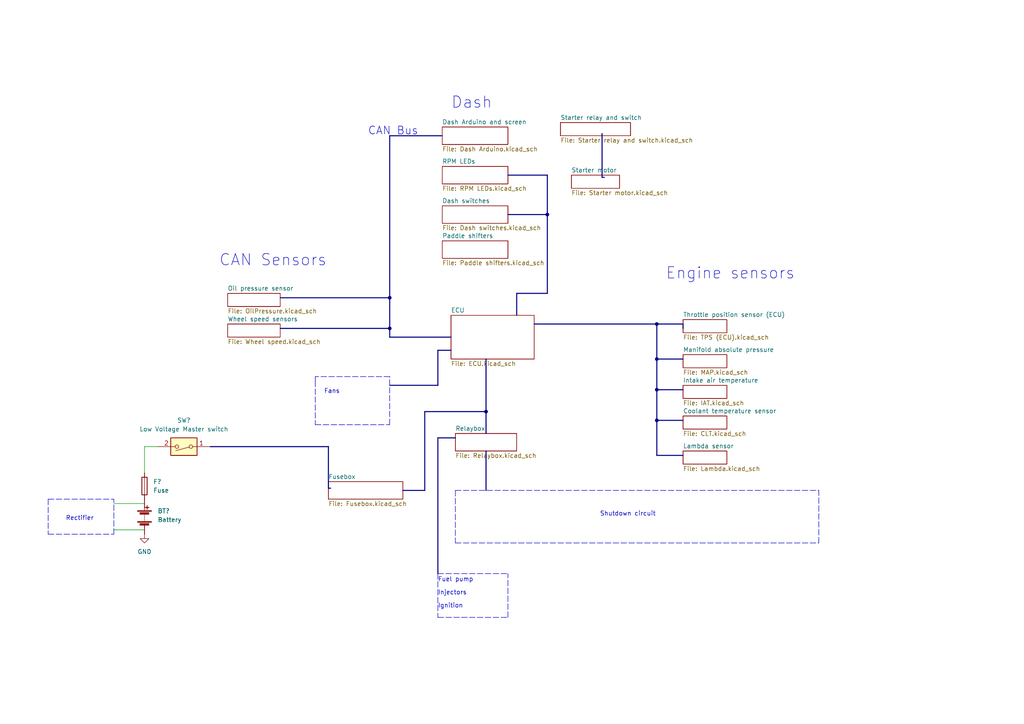
<source format=kicad_sch>
(kicad_sch (version 20211123) (generator eeschema)
  (paper "A4")
  (lib_symbols
    (symbol "Device:Battery" (pin_numbers hide) (pin_names (offset 0) hide)
      (property "Reference" "BT" (at 2.54 2.54 0))
      (property "Value" "Battery" (at 2.54 0 0))
      (symbol "Battery_0_1"
        (rectangle (start -2.032 -1.397) (end 2.032 -1.651) (fill (type outline)))
        (rectangle (start -2.032 1.778) (end 2.032 1.524) (fill (type outline)))
        (rectangle (start -1.3208 -1.9812) (end 1.27 -2.4892) (fill (type outline)))
        (rectangle (start -1.3208 1.1938) (end 1.27 0.6858) (fill (type outline)))
        (polyline (pts (xy 0 -1.524) (xy 0 -1.27)))
        (polyline (pts (xy 0 -1.016) (xy 0 -0.762)))
        (polyline (pts (xy 0 -0.508) (xy 0 -0.254)))
        (polyline (pts (xy 0 0) (xy 0 0.254)))
        (polyline (pts (xy 0 0.508) (xy 0 0.762)))
        (polyline (pts (xy 0 1.778) (xy 0 2.54)))
        (polyline (pts (xy 0.254 2.667) (xy 1.27 2.667)) (stroke (width 0.254)))
        (polyline (pts (xy 0.762 3.175) (xy 0.762 2.159)) (stroke (width 0.254)))
      )
      (symbol "Battery_1_1"
        (pin passive line (at 0 5.08 270) (length 2.54) (name "+") (number "1"))
        (pin passive line (at 0 -5.08 90) (length 2.54) (name "-") (number "2"))
      )
    )
    (symbol "Device:Fuse" (pin_numbers hide) (pin_names (offset 0))
      (property "Reference" "F" (at 2.032 0 90))
      (property "Value" "Fuse" (at -1.905 0 90))
      (symbol "Fuse_0_1"
        (rectangle (start -0.762 -2.54) (end 0.762 2.54) (stroke (width 0.254)))
        (polyline (pts (xy 0 2.54) (xy 0 -2.54)))
      )
      (symbol "Fuse_1_1"
        (pin passive line (at 0 3.81 270) (length 1.27) (name "~") (number "1"))
        (pin passive line (at 0 -3.81 90) (length 1.27) (name "~") (number "2"))
      )
    )
    (symbol "Switch:SW_DIP_x01" (pin_names (offset 0) hide)
      (property "Reference" "SW" (at 0 3.81 0))
      (property "Value" "SW_DIP_x01" (at 0 -3.81 0))
      (symbol "SW_DIP_x01_0_0"
        (circle (center -2.032 0) (radius 0.508))
        (polyline (pts (xy -1.524 0.127) (xy 2.3622 1.1684)))
        (circle (center 2.032 0) (radius 0.508))
      )
      (symbol "SW_DIP_x01_0_1"
        (rectangle (start -3.81 2.54) (end 3.81 -2.54) (stroke (width 0.254)) (fill (type background)))
      )
      (symbol "SW_DIP_x01_1_1"
        (pin passive line (at -7.62 0 0) (length 5.08) (name "~") (number "1"))
        (pin passive line (at 7.62 0 180) (length 5.08) (name "~") (number "2"))
      )
    )
    (symbol "power:GND" (power) (pin_names (offset 0))
      (property "Value" "GND" (at 0 -3.81 0))
      (symbol "GND_0_1"
        (polyline (pts (xy 0 0) (xy 0 -1.27) (xy 1.27 -1.27) (xy 0 -2.54) (xy -1.27 -1.27) (xy 0 -1.27)))
      )
      (symbol "GND_1_1"
        (pin power_in line (at 0 0 270) (length 0) hide (name "GND") (number "1"))
      )
    )
  )
  (junction (at 113.03 86.36))
  (junction (at 190.5 121.92))
  (junction (at 140.97 119.38))
  (junction (at 190.5 104.14))
  (junction (at 113.03 95.25))
  (junction (at 158.75 62.23))
  (junction (at 190.5 113.03))
  (junction (at 190.5 93.98))
  (polyline (pts (xy 127 179.07) (xy 147.32 179.07)))
  (bus (pts (xy 95.25 129.54) (xy 95.25 141.605)))
  (bus (pts (xy 158.75 85.09) (xy 149.86 85.09)))
  (wire (pts (xy 41.91 129.54) (xy 45.72 129.54)))
  (bus (pts (xy 190.5 121.92) (xy 190.5 132.08)))
  (bus (pts (xy 190.5 104.14) (xy 190.5 113.03)))
  (bus (pts (xy 190.5 93.98) (xy 198.12 93.98)))
  (bus (pts (xy 140.97 119.38) (xy 123.19 119.38)))
  (bus (pts (xy 127 101.6) (xy 130.81 101.6)))
  (bus (pts (xy 60.96 129.54) (xy 95.25 129.54)))
  (bus (pts (xy 113.03 111.76) (xy 127 111.76)))
  (bus (pts (xy 174.625 51.435) (xy 175.26 51.435)))
  (bus (pts (xy 81.28 86.36) (xy 113.03 86.36)))
  (bus (pts (xy 147.32 50.8) (xy 158.75 50.8)))
  (bus (pts (xy 116.84 142.24) (xy 123.19 142.24)))
  (polyline (pts (xy 132.08 157.48) (xy 237.49 157.48)))
  (polyline (pts (xy 13.97 154.94) (xy 33.02 154.94)))
  (polyline (pts (xy 13.97 144.78) (xy 33.02 144.78)))
  (bus (pts (xy 190.5 132.08) (xy 198.12 132.08)))
  (polyline (pts (xy 127 166.37) (xy 127 179.07)))
  (wire (pts (xy 33.02 153.67) (xy 41.91 153.67)))
  (bus (pts (xy 127 111.76) (xy 127 101.6)))
  (bus (pts (xy 190.5 113.03) (xy 198.12 113.03)))
  (polyline (pts (xy 33.02 154.94) (xy 33.02 144.78)))
  (bus (pts (xy 147.32 62.23) (xy 158.75 62.23)))
  (bus (pts (xy 113.03 95.25) (xy 113.03 97.79)))
  (bus (pts (xy 154.94 93.98) (xy 190.5 93.98)))
  (bus (pts (xy 113.03 86.36) (xy 113.03 95.25)))
  (bus (pts (xy 190.5 113.03) (xy 190.5 121.92)))
  (bus (pts (xy 190.5 104.14) (xy 198.12 104.14)))
  (bus (pts (xy 113.03 39.37) (xy 113.03 86.36)))
  (bus (pts (xy 190.5 93.98) (xy 190.5 104.14)))
  (bus (pts (xy 190.5 121.92) (xy 198.12 121.92)))
  (bus (pts (xy 113.03 97.79) (xy 130.81 97.79)))
  (bus (pts (xy 140.97 130.81) (xy 140.97 142.24)))
  (polyline (pts (xy 132.08 142.24) (xy 237.49 142.24)))
  (bus (pts (xy 123.19 119.38) (xy 123.19 142.24)))
  (bus (pts (xy 95.25 141.605) (xy 95.885 141.605)))
  (bus (pts (xy 140.97 119.38) (xy 140.97 125.73)))
  (polyline (pts (xy 113.03 123.19) (xy 113.03 109.22)))
  (bus (pts (xy 132.08 127) (xy 127 127)))
  (bus (pts (xy 81.28 95.25) (xy 113.03 95.25)))
  (bus (pts (xy 127 127) (xy 127 166.37)))
  (polyline (pts (xy 132.08 142.24) (xy 132.08 157.48)))
  (polyline (pts (xy 13.97 144.78) (xy 13.97 154.94)))
  (polyline (pts (xy 91.44 123.19) (xy 113.03 123.19)))
  (bus (pts (xy 140.97 104.14) (xy 140.97 119.38)))
  (wire (pts (xy 41.91 137.16) (xy 41.91 129.54)))
  (bus (pts (xy 128.27 39.37) (xy 113.03 39.37)))
  (bus (pts (xy 174.625 38.735) (xy 174.625 51.435)))
  (bus (pts (xy 158.75 50.8) (xy 158.75 62.23)))
  (wire (pts (xy 33.02 146.05) (xy 41.91 146.05)))
  (polyline (pts (xy 127 166.37) (xy 147.32 166.37)))
  (polyline (pts (xy 237.49 157.48) (xy 237.49 142.24)))
  (bus (pts (xy 149.86 85.09) (xy 149.86 91.44)))
  (polyline (pts (xy 91.44 109.22) (xy 91.44 110.49)))
  (bus (pts (xy 158.75 62.23) (xy 158.75 85.09)))
  (polyline (pts (xy 147.32 179.07) (xy 147.32 166.37)))
  (polyline (pts (xy 91.44 110.49) (xy 91.44 123.19)))
  (bus (pts (xy 198.12 93.98) (xy 198.12 95.25)))
  (polyline (pts (xy 113.03 109.22) (xy 91.44 109.22)))
  (text "Shutdown circuit\n" (at 173.99 149.86 0) (effects (font (size 1.27 1.27)) (justify left bottom)))
  (text "Fuel pump" (at 127 168.91 0) (effects (font (size 1.27 1.27)) (justify left bottom)))
  (text "Injectors" (at 127 172.72 0) (effects (font (size 1.27 1.27)) (justify left bottom)))
  (text "CAN Sensors" (at 63.5 77.47 0) (effects (font (size 3.27 3.27)) (justify left bottom)))
  (text "Ignition" (at 127 176.53 0) (effects (font (size 1.27 1.27)) (justify left bottom)))
  (text "Engine sensors" (at 193.04 81.28 0) (effects (font (size 3.27 3.27)) (justify left bottom)))
  (text "Dash" (at 130.81 31.75 0) (effects (font (size 3.27 3.27)) (justify left bottom)))
  (text "Rectifier" (at 19.05 151.13 0) (effects (font (size 1.27 1.27)) (justify left bottom)))
  (text "Fans" (at 93.98 114.3 0) (effects (font (size 1.27 1.27)) (justify left bottom)))
  (text "CAN Bus" (at 106.68 39.37 0) (effects (font (size 2.27 2.27)) (justify left bottom)))
  (symbol (lib_id "power:GND") (at 41.91 154.94 0) (unit 1)
    (property "Reference" "#PWR?" (effects hide))
    (property "Value" "GND" (at 41.91 160.02 0))
  )
  (symbol (lib_id "Device:Battery") (at 41.91 149.86 0) (unit 1)
    (property "Reference" "BT?" (at 45.72 148.2089 0) (effects (justify left)))
    (property "Value" "Battery" (at 45.72 150.7489 0) (effects (justify left)))
  )
  (symbol (lib_id "Device:Fuse") (at 41.91 140.97 0) (unit 1)
    (property "Reference" "F?" (at 44.45 139.6999 0) (effects (justify left)))
    (property "Value" "Fuse" (at 44.45 142.2399 0) (effects (justify left)))
  )
  (symbol (lib_id "Switch:SW_DIP_x01") (at 53.34 129.54 180) (unit 1)
    (property "Reference" "SW?" (at 53.34 121.92 0))
    (property "Value" "Low Voltage Master switch" (at 53.34 124.46 0))
  )
  (sheet (at 95.25 139.7) (size 21.59 5.08) (stroke (width 0.1524))
    (property "Sheet name" "Fusebox" (at 95.25 138.9884 0) (effects (justify left bottom)))
    (property "Sheet file" "Fusebox.kicad_sch" (at 95.25 145.3646 0) (effects (justify left top)))
  )
  (sheet (at 132.08 125.73) (size 17.78 5.08) (stroke (width 0.1524))
    (property "Sheet name" "Relaybox" (at 132.08 125.0184 0) (effects (justify left bottom)))
    (property "Sheet file" "Relaybox.kicad_sch" (at 132.08 131.3946 0) (effects (justify left top)))
  )
  (sheet (at 128.27 36.83) (size 19.05 5.08) (stroke (width 0.1524))
    (property "Sheet name" "Dash Arduino and screen" (at 128.27 36.1184 0) (effects (justify left bottom)))
    (property "Sheet file" "Dash Arduino.kicad_sch" (at 128.27 42.4946 0) (effects (justify left top)))
  )
  (sheet (at 198.12 102.87) (size 12.7 3.81) (stroke (width 0.1524))
    (property "Sheet name" "Manifold absolute pressure" (at 198.12 102.1584 0) (effects (justify left bottom)))
    (property "Sheet file" "MAP.kicad_sch" (at 198.12 107.2646 0) (effects (justify left top)))
  )
  (sheet (at 128.27 59.69) (size 19.05 5.08) (stroke (width 0.1524))
    (property "Sheet name" "Dash switches" (at 128.27 58.9784 0) (effects (justify left bottom)))
    (property "Sheet file" "Dash switches.kicad_sch" (at 128.27 65.3546 0) (effects (justify left top)))
  )
  (sheet (at 162.56 35.56) (size 20.32 3.81) (stroke (width 0.1524))
    (property "Sheet name" "Starter relay and switch" (at 162.56 34.8484 0) (effects (justify left bottom)))
    (property "Sheet file" "Starter relay and switch.kicad_sch" (at 162.56 39.9546 0) (effects (justify left top)))
  )
  (sheet (at 198.12 130.81) (size 12.7 3.81) (stroke (width 0.1524))
    (property "Sheet name" "Lambda sensor" (at 198.12 130.0984 0) (effects (justify left bottom)))
    (property "Sheet file" "Lambda.kicad_sch" (at 198.12 135.2046 0) (effects (justify left top)))
  )
  (sheet (at 128.27 69.85) (size 19.05 5.08) (stroke (width 0.1524))
    (property "Sheet name" "Paddle shifters" (at 128.27 69.1384 0) (effects (justify left bottom)))
    (property "Sheet file" "Paddle shifters.kicad_sch" (at 128.27 75.5146 0) (effects (justify left top)))
  )
  (sheet (at 198.12 111.76) (size 12.7 3.81) (stroke (width 0.1524))
    (property "Sheet name" "Intake air temperature" (at 198.12 111.0484 0) (effects (justify left bottom)))
    (property "Sheet file" "IAT.kicad_sch" (at 198.12 116.1546 0) (effects (justify left top)))
  )
  (sheet (at 198.12 92.71) (size 12.7 3.81) (stroke (width 0.1524))
    (property "Sheet name" "Throttle position sensor (ECU)" (at 198.12 91.9984 0) (effects (justify left bottom)))
    (property "Sheet file" "TPS (ECU).kicad_sch" (at 198.12 97.1046 0) (effects (justify left top)))
  )
  (sheet (at 130.81 91.44) (size 24.13 12.7) (stroke (width 0.1524))
    (property "Sheet name" "ECU" (at 130.81 90.7284 0) (effects (justify left bottom)))
    (property "Sheet file" "ECU.kicad_sch" (at 130.81 104.7246 0) (effects (justify left top)))
  )
  (sheet (at 66.04 93.98) (size 15.24 3.81) (stroke (width 0.1524))
    (property "Sheet name" "Wheel speed sensors" (at 66.04 93.2684 0) (effects (justify left bottom)))
    (property "Sheet file" "Wheel speed.kicad_sch" (at 66.04 98.3746 0) (effects (justify left top)))
  )
  (sheet (at 198.12 120.65) (size 12.7 3.81) (stroke (width 0.1524))
    (property "Sheet name" "Coolant temperature sensor" (at 198.12 119.9384 0) (effects (justify left bottom)))
    (property "Sheet file" "CLT.kicad_sch" (at 198.12 125.0446 0) (effects (justify left top)))
  )
  (sheet (at 66.04 85.09) (size 15.24 3.81) (stroke (width 0.1524))
    (property "Sheet name" "Oil pressure sensor" (at 66.04 84.3784 0) (effects (justify left bottom)))
    (property "Sheet file" "OilPressure.kicad_sch" (at 66.04 89.4846 0) (effects (justify left top)))
  )
  (sheet (at 128.27 48.26) (size 19.05 5.08) (stroke (width 0.1524))
    (property "Sheet name" "RPM LEDs" (at 128.27 47.5484 0) (effects (justify left bottom)))
    (property "Sheet file" "RPM LEDs.kicad_sch" (at 128.27 53.9246 0) (effects (justify left top)))
  )
  (sheet (at 165.735 50.8) (size 13.97 3.81) (stroke (width 0.1524))
    (property "Sheet name" "Starter motor" (at 165.735 50.0884 0) (effects (justify left bottom)))
    (property "Sheet file" "Starter motor.kicad_sch" (at 165.735 55.1946 0) (effects (justify left top)))
  )
)
</source>
